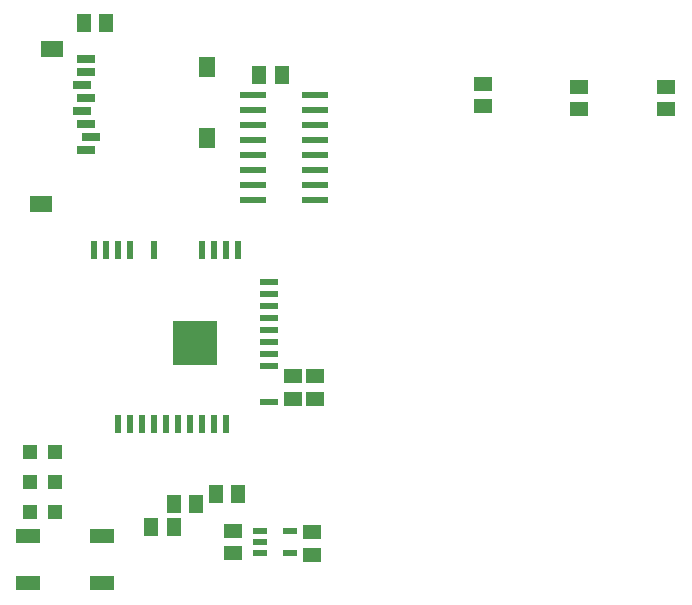
<source format=gbr>
G04 EAGLE Gerber RS-274X export*
G75*
%MOMM*%
%FSLAX34Y34*%
%LPD*%
%INSolderpaste Top*%
%IPPOS*%
%AMOC8*
5,1,8,0,0,1.08239X$1,22.5*%
G01*
%ADD10R,2.000000X1.200000*%
%ADD11R,1.200000X0.550000*%
%ADD12R,1.500000X1.240000*%
%ADD13R,0.500000X1.500000*%
%ADD14R,1.500000X0.500000*%
%ADD15R,3.700000X3.700000*%
%ADD16R,1.200000X1.200000*%
%ADD17R,1.240000X1.500000*%
%ADD18R,2.200000X0.600000*%
%ADD19R,1.900000X1.400000*%
%ADD20R,1.400000X1.800000*%
%ADD21R,1.500000X0.700000*%


D10*
X14720Y56830D03*
X76720Y56830D03*
X76720Y16830D03*
X14720Y16830D03*
D11*
X210520Y61570D03*
X210520Y52070D03*
X210520Y42570D03*
X236520Y42570D03*
X236520Y61570D03*
D12*
X255270Y60300D03*
X255270Y41300D03*
X187960Y61570D03*
X187960Y42570D03*
D13*
X191970Y298790D03*
X181810Y298790D03*
X171650Y298790D03*
X161490Y298790D03*
X120850Y298790D03*
X100530Y298790D03*
X90370Y298790D03*
X80210Y298790D03*
X70050Y298790D03*
X90430Y151490D03*
X100590Y151490D03*
X110750Y151490D03*
X120910Y151490D03*
X131070Y151490D03*
X141230Y151490D03*
X151390Y151490D03*
X161550Y151490D03*
X171710Y151490D03*
X181870Y151490D03*
D14*
X218670Y170490D03*
X218870Y200970D03*
X218870Y211130D03*
X218870Y221290D03*
X218870Y231450D03*
X218670Y241610D03*
X218670Y251770D03*
X218670Y261930D03*
X218670Y272090D03*
D15*
X155550Y220670D03*
D16*
X37170Y128270D03*
X16170Y128270D03*
X37170Y102870D03*
X16170Y102870D03*
X37170Y77470D03*
X16170Y77470D03*
D12*
X481330Y437490D03*
X481330Y418490D03*
D17*
X229210Y447040D03*
X210210Y447040D03*
D12*
X400050Y440030D03*
X400050Y421030D03*
D18*
X257140Y354330D03*
X205140Y379730D03*
X257140Y341630D03*
X257140Y367030D03*
X257140Y379730D03*
X205140Y367030D03*
X205140Y392430D03*
X205140Y405130D03*
X257140Y405130D03*
X205140Y430530D03*
X257140Y392430D03*
X257140Y417830D03*
X205140Y417830D03*
X257140Y430530D03*
X205140Y354330D03*
X205140Y341630D03*
D19*
X34780Y469710D03*
X25780Y337710D03*
D20*
X165780Y453710D03*
X165780Y393710D03*
D21*
X63780Y460710D03*
X63780Y449710D03*
X59780Y438710D03*
X63780Y427710D03*
X59780Y416710D03*
X63780Y405710D03*
X67780Y394710D03*
X63780Y383710D03*
D17*
X137770Y64770D03*
X118770Y64770D03*
X156820Y83820D03*
X137820Y83820D03*
X192380Y92710D03*
X173380Y92710D03*
X80620Y491490D03*
X61620Y491490D03*
D12*
X238760Y173380D03*
X238760Y192380D03*
X554990Y418490D03*
X554990Y437490D03*
X257810Y173380D03*
X257810Y192380D03*
M02*

</source>
